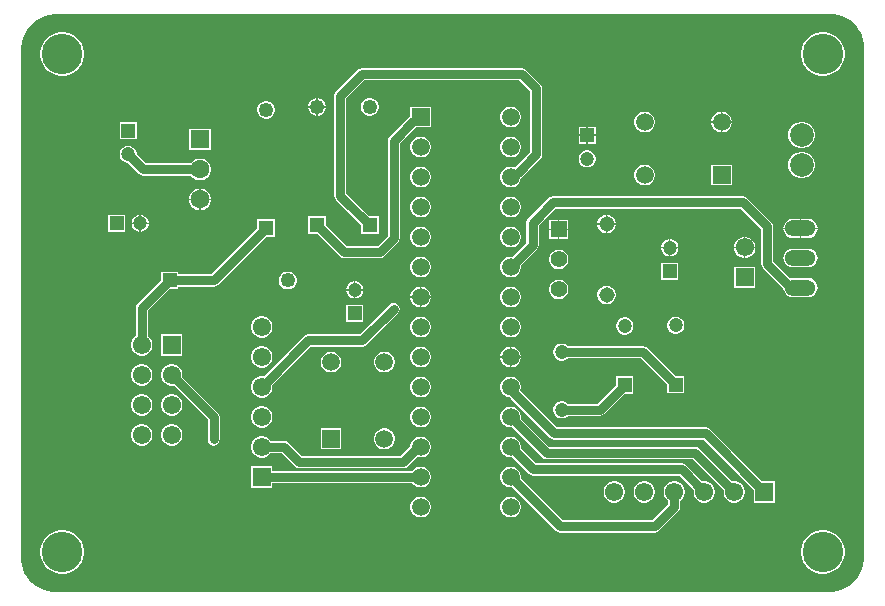
<source format=gtl>
G04*
G04 #@! TF.GenerationSoftware,Altium Limited,Altium Designer,23.5.1 (21)*
G04*
G04 Layer_Physical_Order=1*
G04 Layer_Color=255*
%FSLAX44Y44*%
%MOMM*%
G71*
G04*
G04 #@! TF.SameCoordinates,AB7613CA-6E89-4F34-93EF-E32F2A1E61AB*
G04*
G04*
G04 #@! TF.FilePolarity,Positive*
G04*
G01*
G75*
%ADD18C,1.2000*%
%ADD19R,1.2000X1.2000*%
%ADD20C,2.0000*%
%ADD30C,1.2500*%
%ADD31R,1.2500X1.2500*%
%ADD34R,1.2000X1.2000*%
%ADD35R,1.2500X1.2500*%
%ADD40C,0.7620*%
%ADD41O,2.6416X1.3208*%
%ADD42C,1.5000*%
%ADD43R,1.5000X1.5000*%
%ADD44R,1.5500X1.5500*%
%ADD45C,1.5500*%
%ADD46C,3.4290*%
%ADD47R,1.4000X1.4000*%
%ADD48C,1.4000*%
%ADD49C,1.6000*%
%ADD50R,1.6000X1.6000*%
%ADD51R,1.5500X1.5500*%
%ADD52R,1.5000X1.5000*%
%ADD53C,1.3080*%
%ADD54C,0.6000*%
G36*
X690121Y491991D02*
X693652Y491526D01*
X697092Y490604D01*
X700383Y489241D01*
X703468Y487460D01*
X706293Y485292D01*
X708812Y482773D01*
X710980Y479948D01*
X712761Y476863D01*
X714124Y473573D01*
X715046Y470132D01*
X715511Y466601D01*
X715511Y464820D01*
Y464820D01*
D01*
X715511Y31750D01*
X715511Y29886D01*
X715024Y26189D01*
X714059Y22588D01*
X712633Y19144D01*
X710769Y15915D01*
X708499Y12957D01*
X705863Y10321D01*
X702905Y8051D01*
X699676Y6187D01*
X696232Y4761D01*
X692630Y3796D01*
X688934Y3309D01*
X687070Y3309D01*
D01*
X687070D01*
X30480D01*
D01*
X30480D01*
X28616Y3309D01*
X24920Y3796D01*
X21318Y4761D01*
X17874Y6187D01*
X14645Y8051D01*
X11687Y10321D01*
X9051Y12957D01*
X6781Y15915D01*
X4917Y19144D01*
X3491Y22588D01*
X2526Y26189D01*
X2039Y29886D01*
X2039Y31750D01*
Y31750D01*
D01*
Y462280D01*
Y464227D01*
X2547Y468089D01*
X3555Y471851D01*
X5046Y475449D01*
X6993Y478822D01*
X9364Y481912D01*
X12118Y484666D01*
X15208Y487037D01*
X18581Y488984D01*
X22179Y490475D01*
X25941Y491483D01*
X29803Y491991D01*
X688340D01*
X690121Y491991D01*
D02*
G37*
%LPC*%
G36*
X682542Y476972D02*
X678898D01*
X675323Y476261D01*
X671956Y474866D01*
X668926Y472841D01*
X666349Y470264D01*
X664324Y467234D01*
X662929Y463867D01*
X662218Y460292D01*
Y456648D01*
X662929Y453073D01*
X664324Y449706D01*
X666349Y446676D01*
X668926Y444099D01*
X671956Y442074D01*
X675323Y440679D01*
X678898Y439968D01*
X682542D01*
X686117Y440679D01*
X689484Y442074D01*
X692514Y444099D01*
X695091Y446676D01*
X697116Y449706D01*
X698511Y453073D01*
X699222Y456648D01*
Y460292D01*
X698511Y463867D01*
X697116Y467234D01*
X695091Y470264D01*
X692514Y472841D01*
X689484Y474866D01*
X686117Y476261D01*
X682542Y476972D01*
D02*
G37*
G36*
X38652D02*
X35008D01*
X31433Y476261D01*
X28066Y474866D01*
X25036Y472841D01*
X22459Y470264D01*
X20434Y467234D01*
X19039Y463867D01*
X18328Y460292D01*
Y456648D01*
X19039Y453073D01*
X20434Y449706D01*
X22459Y446676D01*
X25036Y444099D01*
X28066Y442074D01*
X31433Y440679D01*
X35008Y439968D01*
X38652D01*
X42227Y440679D01*
X45594Y442074D01*
X48624Y444099D01*
X51201Y446676D01*
X53226Y449706D01*
X54621Y453073D01*
X55332Y456648D01*
Y460292D01*
X54621Y463867D01*
X53226Y467234D01*
X51201Y470264D01*
X48624Y472841D01*
X45594Y474866D01*
X42227Y476261D01*
X38652Y476972D01*
D02*
G37*
G36*
X253720Y421210D02*
X253365D01*
Y414325D01*
X260250D01*
Y414680D01*
X259737Y416592D01*
X258748Y418307D01*
X257347Y419707D01*
X255633Y420697D01*
X253720Y421210D01*
D02*
G37*
G36*
X252095D02*
X251740D01*
X249827Y420697D01*
X248113Y419707D01*
X246712Y418307D01*
X245723Y416592D01*
X245210Y414680D01*
Y414325D01*
X252095D01*
Y421210D01*
D02*
G37*
G36*
X298170D02*
X296190D01*
X294277Y420697D01*
X292563Y419707D01*
X291162Y418307D01*
X290173Y416592D01*
X289660Y414680D01*
Y412700D01*
X290173Y410787D01*
X291162Y409072D01*
X292563Y407672D01*
X294277Y406682D01*
X296190Y406170D01*
X298170D01*
X300083Y406682D01*
X301797Y407672D01*
X303197Y409072D01*
X304188Y410787D01*
X304700Y412700D01*
Y414680D01*
X304188Y416592D01*
X303197Y418307D01*
X301797Y419707D01*
X300083Y420697D01*
X298170Y421210D01*
D02*
G37*
G36*
X260250Y413055D02*
X253365D01*
Y406170D01*
X253720D01*
X255633Y406682D01*
X257347Y407672D01*
X258748Y409072D01*
X259737Y410787D01*
X260250Y412700D01*
Y413055D01*
D02*
G37*
G36*
X252095D02*
X245210D01*
Y412700D01*
X245723Y410787D01*
X246712Y409072D01*
X248113Y407672D01*
X249827Y406682D01*
X251740Y406170D01*
X252095D01*
Y413055D01*
D02*
G37*
G36*
X210540Y418670D02*
X208560D01*
X206647Y418157D01*
X204933Y417167D01*
X203533Y415767D01*
X202542Y414052D01*
X202030Y412140D01*
Y410160D01*
X202542Y408247D01*
X203533Y406532D01*
X204933Y405132D01*
X206647Y404142D01*
X208560Y403630D01*
X210540D01*
X212453Y404142D01*
X214167Y405132D01*
X215567Y406532D01*
X216558Y408247D01*
X217070Y410160D01*
Y412140D01*
X216558Y414052D01*
X215567Y415767D01*
X214167Y417167D01*
X212453Y418157D01*
X210540Y418670D01*
D02*
G37*
G36*
X596264Y409730D02*
X595745D01*
Y401595D01*
X603880D01*
Y402114D01*
X603282Y404345D01*
X602127Y406345D01*
X600495Y407977D01*
X598495Y409132D01*
X596264Y409730D01*
D02*
G37*
G36*
X594475D02*
X593955D01*
X591725Y409132D01*
X589725Y407977D01*
X588092Y406345D01*
X586937Y404345D01*
X586340Y402114D01*
Y401595D01*
X594475D01*
Y409730D01*
D02*
G37*
G36*
X417715Y413900D02*
X415405D01*
X413175Y413302D01*
X411175Y412148D01*
X409542Y410515D01*
X408388Y408515D01*
X407790Y406285D01*
Y403975D01*
X408388Y401745D01*
X409542Y399745D01*
X411175Y398112D01*
X413175Y396958D01*
X415405Y396360D01*
X417715D01*
X419945Y396958D01*
X421945Y398112D01*
X423578Y399745D01*
X424732Y401745D01*
X425330Y403975D01*
Y406285D01*
X424732Y408515D01*
X423578Y410515D01*
X421945Y412148D01*
X419945Y413302D01*
X417715Y413900D01*
D02*
G37*
G36*
X603880Y400325D02*
X595745D01*
Y392190D01*
X596264D01*
X598495Y392788D01*
X600495Y393942D01*
X602127Y395575D01*
X603282Y397575D01*
X603880Y399805D01*
Y400325D01*
D02*
G37*
G36*
X594475D02*
X586340D01*
Y399805D01*
X586937Y397575D01*
X588092Y395575D01*
X589725Y393942D01*
X591725Y392788D01*
X593955Y392190D01*
X594475D01*
Y400325D01*
D02*
G37*
G36*
X531265Y409730D02*
X528956D01*
X526725Y409132D01*
X524725Y407977D01*
X523092Y406345D01*
X521938Y404345D01*
X521340Y402114D01*
Y399805D01*
X521938Y397575D01*
X523092Y395575D01*
X524725Y393942D01*
X526725Y392788D01*
X528956Y392190D01*
X531265D01*
X533495Y392788D01*
X535495Y393942D01*
X537128Y395575D01*
X538283Y397575D01*
X538880Y399805D01*
Y402114D01*
X538283Y404345D01*
X537128Y406345D01*
X535495Y407977D01*
X533495Y409132D01*
X531265Y409730D01*
D02*
G37*
G36*
X488600Y397000D02*
X481965D01*
Y390365D01*
X488600D01*
Y397000D01*
D02*
G37*
G36*
X480695D02*
X474060D01*
Y390365D01*
X480695D01*
Y397000D01*
D02*
G37*
G36*
X99980Y400650D02*
X85440D01*
Y386110D01*
X99980D01*
Y400650D01*
D02*
G37*
G36*
X488600Y389095D02*
X481965D01*
Y382460D01*
X488600D01*
Y389095D01*
D02*
G37*
G36*
X480695D02*
X474060D01*
Y382460D01*
X480695D01*
Y389095D01*
D02*
G37*
G36*
X664424Y401160D02*
X661456D01*
X658590Y400392D01*
X656020Y398908D01*
X653922Y396810D01*
X652438Y394240D01*
X651670Y391374D01*
Y388406D01*
X652438Y385540D01*
X653922Y382970D01*
X656020Y380872D01*
X658590Y379388D01*
X661456Y378620D01*
X664424D01*
X667290Y379388D01*
X669860Y380872D01*
X671958Y382970D01*
X673442Y385540D01*
X674210Y388406D01*
Y391374D01*
X673442Y394240D01*
X671958Y396810D01*
X669860Y398908D01*
X667290Y400392D01*
X664424Y401160D01*
D02*
G37*
G36*
X162940Y395350D02*
X144400D01*
Y376810D01*
X162940D01*
Y395350D01*
D02*
G37*
G36*
X417715Y388500D02*
X415405D01*
X413175Y387902D01*
X411175Y386748D01*
X409542Y385115D01*
X408388Y383115D01*
X407790Y380885D01*
Y378575D01*
X408388Y376345D01*
X409542Y374345D01*
X411175Y372712D01*
X413175Y371558D01*
X415405Y370960D01*
X417715D01*
X419945Y371558D01*
X421945Y372712D01*
X423578Y374345D01*
X424732Y376345D01*
X425330Y378575D01*
Y380885D01*
X424732Y383115D01*
X423578Y385115D01*
X421945Y386748D01*
X419945Y387902D01*
X417715Y388500D01*
D02*
G37*
G36*
X341515D02*
X339205D01*
X336975Y387902D01*
X334975Y386748D01*
X333342Y385115D01*
X332188Y383115D01*
X331590Y380885D01*
Y378575D01*
X332188Y376345D01*
X333342Y374345D01*
X334975Y372712D01*
X336975Y371558D01*
X339205Y370960D01*
X341515D01*
X343745Y371558D01*
X345745Y372712D01*
X347378Y374345D01*
X348532Y376345D01*
X349130Y378575D01*
Y380885D01*
X348532Y383115D01*
X347378Y385115D01*
X345745Y386748D01*
X343745Y387902D01*
X341515Y388500D01*
D02*
G37*
G36*
X426066Y446523D02*
X290450D01*
X288468Y446129D01*
X286787Y445006D01*
X268651Y426870D01*
X267528Y425190D01*
X267134Y423208D01*
Y338556D01*
X267528Y336574D01*
X268651Y334894D01*
X289660Y313885D01*
Y306170D01*
X304700D01*
Y321210D01*
X296985D01*
X277493Y340702D01*
Y421062D01*
X292595Y436164D01*
X423921D01*
X432971Y427115D01*
Y375525D01*
X420221Y362776D01*
X419850Y362528D01*
X417715Y363100D01*
X415405D01*
X413175Y362502D01*
X411175Y361348D01*
X409542Y359715D01*
X408388Y357715D01*
X407790Y355485D01*
Y353175D01*
X408388Y350945D01*
X409542Y348945D01*
X411175Y347312D01*
X413175Y346158D01*
X415405Y345560D01*
X417715D01*
X419945Y346158D01*
X421945Y347312D01*
X423578Y348945D01*
X424732Y350945D01*
X425330Y353175D01*
Y353607D01*
X426452Y354357D01*
X441813Y369717D01*
X442935Y371398D01*
X443330Y373380D01*
Y429260D01*
X442935Y431242D01*
X441813Y432923D01*
X429729Y445006D01*
X428048Y446129D01*
X426066Y446523D01*
D02*
G37*
G36*
X482287Y377000D02*
X480373D01*
X478524Y376505D01*
X476866Y375547D01*
X475513Y374194D01*
X474555Y372536D01*
X474060Y370687D01*
Y368773D01*
X474555Y366924D01*
X475513Y365266D01*
X476866Y363913D01*
X478524Y362955D01*
X480373Y362460D01*
X482287D01*
X484136Y362955D01*
X485794Y363913D01*
X487147Y365266D01*
X488105Y366924D01*
X488600Y368773D01*
Y370687D01*
X488105Y372536D01*
X487147Y374194D01*
X485794Y375547D01*
X484136Y376505D01*
X482287Y377000D01*
D02*
G37*
G36*
X664424Y375760D02*
X661456D01*
X658590Y374992D01*
X656020Y373508D01*
X653922Y371410D01*
X652438Y368840D01*
X651670Y365974D01*
Y363006D01*
X652438Y360140D01*
X653922Y357570D01*
X656020Y355472D01*
X658590Y353988D01*
X661456Y353220D01*
X664424D01*
X667290Y353988D01*
X669860Y355472D01*
X671958Y357570D01*
X673442Y360140D01*
X674210Y363006D01*
Y365974D01*
X673442Y368840D01*
X671958Y371410D01*
X669860Y373508D01*
X667290Y374992D01*
X664424Y375760D01*
D02*
G37*
G36*
X93667Y380650D02*
X91753D01*
X89904Y380155D01*
X88246Y379197D01*
X86893Y377844D01*
X85935Y376186D01*
X85440Y374337D01*
Y372423D01*
X85935Y370574D01*
X86893Y368916D01*
X88246Y367563D01*
X89904Y366605D01*
X91753Y366110D01*
X92655D01*
X101748Y357018D01*
X103428Y355895D01*
X105410Y355500D01*
X145956D01*
X146252Y354988D01*
X147978Y353262D01*
X150092Y352042D01*
X152450Y351410D01*
X154890D01*
X157248Y352042D01*
X159362Y353262D01*
X161088Y354988D01*
X162308Y357102D01*
X162940Y359460D01*
Y361900D01*
X162308Y364258D01*
X161088Y366372D01*
X159362Y368098D01*
X157248Y369318D01*
X154890Y369950D01*
X152450D01*
X150092Y369318D01*
X147978Y368098D01*
X146252Y366372D01*
X145956Y365859D01*
X107555D01*
X99980Y373435D01*
Y374337D01*
X99485Y376186D01*
X98527Y377844D01*
X97174Y379197D01*
X95516Y380155D01*
X93667Y380650D01*
D02*
G37*
G36*
X603880Y364730D02*
X586340D01*
Y347190D01*
X603880D01*
Y364730D01*
D02*
G37*
G36*
X531265D02*
X528956D01*
X526725Y364132D01*
X524725Y362978D01*
X523092Y361345D01*
X521938Y359345D01*
X521340Y357115D01*
Y354806D01*
X521938Y352575D01*
X523092Y350575D01*
X524725Y348942D01*
X526725Y347788D01*
X528956Y347190D01*
X531265D01*
X533495Y347788D01*
X535495Y348942D01*
X537128Y350575D01*
X538283Y352575D01*
X538880Y354806D01*
Y357115D01*
X538283Y359345D01*
X537128Y361345D01*
X535495Y362978D01*
X533495Y364132D01*
X531265Y364730D01*
D02*
G37*
G36*
X341515Y363100D02*
X339205D01*
X336975Y362502D01*
X334975Y361348D01*
X333342Y359715D01*
X332188Y357715D01*
X331590Y355485D01*
Y353175D01*
X332188Y350945D01*
X333342Y348945D01*
X334975Y347312D01*
X336975Y346158D01*
X339205Y345560D01*
X341515D01*
X343745Y346158D01*
X345745Y347312D01*
X347378Y348945D01*
X348532Y350945D01*
X349130Y353175D01*
Y355485D01*
X348532Y357715D01*
X347378Y359715D01*
X345745Y361348D01*
X343745Y362502D01*
X341515Y363100D01*
D02*
G37*
G36*
X154890Y344550D02*
X154305D01*
Y335915D01*
X162940D01*
Y336500D01*
X162308Y338858D01*
X161088Y340972D01*
X159362Y342698D01*
X157248Y343918D01*
X154890Y344550D01*
D02*
G37*
G36*
X153035D02*
X152450D01*
X150092Y343918D01*
X147978Y342698D01*
X146252Y340972D01*
X145032Y338858D01*
X144400Y336500D01*
Y335915D01*
X153035D01*
Y344550D01*
D02*
G37*
G36*
X162940Y334645D02*
X154305D01*
Y326010D01*
X154890D01*
X157248Y326642D01*
X159362Y327862D01*
X161088Y329588D01*
X162308Y331702D01*
X162940Y334060D01*
Y334645D01*
D02*
G37*
G36*
X153035D02*
X144400D01*
Y334060D01*
X145032Y331702D01*
X146252Y329588D01*
X147978Y327862D01*
X150092Y326642D01*
X152450Y326010D01*
X153035D01*
Y334645D01*
D02*
G37*
G36*
X417715Y337700D02*
X415405D01*
X413175Y337102D01*
X411175Y335948D01*
X409542Y334315D01*
X408388Y332315D01*
X407790Y330085D01*
Y327775D01*
X408388Y325545D01*
X409542Y323545D01*
X411175Y321912D01*
X413175Y320758D01*
X415405Y320160D01*
X417715D01*
X419945Y320758D01*
X421945Y321912D01*
X423578Y323545D01*
X424732Y325545D01*
X425330Y327775D01*
Y330085D01*
X424732Y332315D01*
X423578Y334315D01*
X421945Y335948D01*
X419945Y337102D01*
X417715Y337700D01*
D02*
G37*
G36*
X341515D02*
X339205D01*
X336975Y337102D01*
X334975Y335948D01*
X333342Y334315D01*
X332188Y332315D01*
X331590Y330085D01*
Y327775D01*
X332188Y325545D01*
X333342Y323545D01*
X334975Y321912D01*
X336975Y320758D01*
X339205Y320160D01*
X341515D01*
X343745Y320758D01*
X345745Y321912D01*
X347378Y323545D01*
X348532Y325545D01*
X349130Y327775D01*
Y330085D01*
X348532Y332315D01*
X347378Y334315D01*
X345745Y335948D01*
X343745Y337102D01*
X341515Y337700D01*
D02*
G37*
G36*
X103827Y322230D02*
X103505D01*
Y315595D01*
X110140D01*
Y315917D01*
X109645Y317766D01*
X108687Y319424D01*
X107334Y320777D01*
X105676Y321735D01*
X103827Y322230D01*
D02*
G37*
G36*
X102235D02*
X101913D01*
X100064Y321735D01*
X98406Y320777D01*
X97053Y319424D01*
X96095Y317766D01*
X95600Y315917D01*
Y315595D01*
X102235D01*
Y322230D01*
D02*
G37*
G36*
X498868Y322290D02*
X498475D01*
Y315115D01*
X505650D01*
Y315508D01*
X505118Y317495D01*
X504090Y319275D01*
X502635Y320729D01*
X500854Y321758D01*
X498868Y322290D01*
D02*
G37*
G36*
X497205D02*
X496812D01*
X494826Y321758D01*
X493045Y320729D01*
X491590Y319275D01*
X490562Y317495D01*
X490030Y315508D01*
Y315115D01*
X497205D01*
Y322290D01*
D02*
G37*
G36*
X668540Y318680D02*
X662571D01*
Y311373D01*
X676398D01*
X676211Y312794D01*
X675418Y314709D01*
X674156Y316354D01*
X672511Y317616D01*
X670595Y318410D01*
X668540Y318680D01*
D02*
G37*
G36*
X661301D02*
X655332D01*
X653277Y318410D01*
X651361Y317616D01*
X649716Y316354D01*
X648454Y314709D01*
X647661Y312794D01*
X647474Y311373D01*
X661301D01*
Y318680D01*
D02*
G37*
G36*
X465470Y318150D02*
X457835D01*
Y310515D01*
X465470D01*
Y318150D01*
D02*
G37*
G36*
X456565D02*
X448930D01*
Y310515D01*
X456565D01*
Y318150D01*
D02*
G37*
G36*
X110140Y314325D02*
X103505D01*
Y307690D01*
X103827D01*
X105676Y308185D01*
X107334Y309143D01*
X108687Y310496D01*
X109645Y312154D01*
X110140Y314003D01*
Y314325D01*
D02*
G37*
G36*
X102235D02*
X95600D01*
Y314003D01*
X96095Y312154D01*
X97053Y310496D01*
X98406Y309143D01*
X100064Y308185D01*
X101913Y307690D01*
X102235D01*
Y314325D01*
D02*
G37*
G36*
X90140Y322230D02*
X75600D01*
Y307690D01*
X90140D01*
Y322230D01*
D02*
G37*
G36*
X505650Y313845D02*
X498475D01*
Y306670D01*
X498868D01*
X500854Y307202D01*
X502635Y308230D01*
X504090Y309685D01*
X505118Y311465D01*
X505650Y313452D01*
Y313845D01*
D02*
G37*
G36*
X497205D02*
X490030D01*
Y313452D01*
X490562Y311465D01*
X491590Y309685D01*
X493045Y308230D01*
X494826Y307202D01*
X496812Y306670D01*
X497205D01*
Y313845D01*
D02*
G37*
G36*
X676398Y310103D02*
X662571D01*
Y302796D01*
X668540D01*
X670595Y303067D01*
X672511Y303860D01*
X674156Y305122D01*
X675418Y306767D01*
X676211Y308683D01*
X676398Y310103D01*
D02*
G37*
G36*
X661301D02*
X647474D01*
X647661Y308683D01*
X648454Y306767D01*
X649716Y305122D01*
X651361Y303860D01*
X653277Y303067D01*
X655332Y302796D01*
X661301D01*
Y310103D01*
D02*
G37*
G36*
X465470Y309245D02*
X457835D01*
Y301610D01*
X465470D01*
Y309245D01*
D02*
G37*
G36*
X456565D02*
X448930D01*
Y301610D01*
X456565D01*
Y309245D01*
D02*
G37*
G36*
X349130Y413900D02*
X331590D01*
Y405853D01*
X330467Y405103D01*
X330467Y405102D01*
X313838Y388473D01*
X312715Y386792D01*
X312320Y384810D01*
Y304405D01*
X303925Y296010D01*
X277735D01*
X260250Y313495D01*
Y321210D01*
X245210D01*
Y306170D01*
X252925D01*
X271928Y287167D01*
X273608Y286045D01*
X275590Y285651D01*
X306070D01*
X308052Y286045D01*
X309732Y287167D01*
X321162Y298598D01*
X322285Y300278D01*
X322679Y302260D01*
Y382665D01*
X336275Y396260D01*
X336670D01*
X337170Y396360D01*
X349130D01*
Y413900D01*
D02*
G37*
G36*
X615868Y303660D02*
X615315D01*
Y295275D01*
X623700D01*
Y295828D01*
X623085Y298122D01*
X621898Y300178D01*
X620218Y301858D01*
X618162Y303045D01*
X615868Y303660D01*
D02*
G37*
G36*
X614045D02*
X613493D01*
X611198Y303045D01*
X609142Y301858D01*
X607462Y300178D01*
X606275Y298122D01*
X605660Y295828D01*
Y295275D01*
X614045D01*
Y303660D01*
D02*
G37*
G36*
X552137Y301750D02*
X551815D01*
Y295115D01*
X558450D01*
Y295437D01*
X557955Y297286D01*
X556997Y298944D01*
X555644Y300297D01*
X553986Y301255D01*
X552137Y301750D01*
D02*
G37*
G36*
X550545D02*
X550223D01*
X548374Y301255D01*
X546716Y300297D01*
X545363Y298944D01*
X544405Y297286D01*
X543910Y295437D01*
Y295115D01*
X550545D01*
Y301750D01*
D02*
G37*
G36*
X417715Y312300D02*
X415405D01*
X413175Y311702D01*
X411175Y310548D01*
X409542Y308915D01*
X408388Y306915D01*
X407790Y304685D01*
Y302375D01*
X408388Y300145D01*
X409542Y298145D01*
X411175Y296512D01*
X413175Y295358D01*
X415405Y294760D01*
X417715D01*
X419945Y295358D01*
X421945Y296512D01*
X423578Y298145D01*
X424732Y300145D01*
X425330Y302375D01*
Y304685D01*
X424732Y306915D01*
X423578Y308915D01*
X421945Y310548D01*
X419945Y311702D01*
X417715Y312300D01*
D02*
G37*
G36*
X341515D02*
X339205D01*
X336975Y311702D01*
X334975Y310548D01*
X333342Y308915D01*
X332188Y306915D01*
X331590Y304685D01*
Y302375D01*
X332188Y300145D01*
X333342Y298145D01*
X334975Y296512D01*
X336975Y295358D01*
X339205Y294760D01*
X341515D01*
X343745Y295358D01*
X345745Y296512D01*
X347378Y298145D01*
X348532Y300145D01*
X349130Y302375D01*
Y304685D01*
X348532Y306915D01*
X347378Y308915D01*
X345745Y310548D01*
X343745Y311702D01*
X341515Y312300D01*
D02*
G37*
G36*
X558450Y293845D02*
X551815D01*
Y287210D01*
X552137D01*
X553986Y287705D01*
X555644Y288662D01*
X556997Y290016D01*
X557955Y291674D01*
X558450Y293523D01*
Y293845D01*
D02*
G37*
G36*
X550545D02*
X543910D01*
Y293523D01*
X544405Y291674D01*
X545363Y290016D01*
X546716Y288662D01*
X548374Y287705D01*
X550223Y287210D01*
X550545D01*
Y293845D01*
D02*
G37*
G36*
X623700Y294005D02*
X615315D01*
Y285620D01*
X615868D01*
X618162Y286235D01*
X620218Y287422D01*
X621898Y289102D01*
X623085Y291158D01*
X623700Y293452D01*
Y294005D01*
D02*
G37*
G36*
X614045D02*
X605660D01*
Y293452D01*
X606275Y291158D01*
X607462Y289102D01*
X609142Y287422D01*
X611198Y286235D01*
X613493Y285620D01*
X614045D01*
Y294005D01*
D02*
G37*
G36*
X668540Y293680D02*
X655332D01*
X653277Y293409D01*
X651361Y292616D01*
X649716Y291354D01*
X648454Y289709D01*
X647661Y287794D01*
X647390Y285738D01*
X647661Y283682D01*
X648454Y281767D01*
X649716Y280122D01*
X651361Y278860D01*
X653277Y278067D01*
X655332Y277796D01*
X668540D01*
X670595Y278067D01*
X672511Y278860D01*
X674156Y280122D01*
X675418Y281767D01*
X676211Y283682D01*
X676482Y285738D01*
X676211Y287794D01*
X675418Y289709D01*
X674156Y291354D01*
X672511Y292616D01*
X670595Y293409D01*
X668540Y293680D01*
D02*
G37*
G36*
X458289Y292750D02*
X456111D01*
X454008Y292186D01*
X452122Y291098D01*
X450582Y289558D01*
X449494Y287672D01*
X448930Y285569D01*
Y283391D01*
X449494Y281288D01*
X450582Y279402D01*
X452122Y277862D01*
X454008Y276774D01*
X456111Y276210D01*
X458289D01*
X460392Y276774D01*
X462278Y277862D01*
X463818Y279402D01*
X464906Y281288D01*
X465470Y283391D01*
Y285569D01*
X464906Y287672D01*
X463818Y289558D01*
X462278Y291098D01*
X460392Y292186D01*
X458289Y292750D01*
D02*
G37*
G36*
X217070Y318670D02*
X202030D01*
Y310955D01*
X162955Y271880D01*
X135320D01*
Y274220D01*
X120280D01*
Y266505D01*
X100478Y246702D01*
X99355Y245022D01*
X98961Y243040D01*
Y219515D01*
X98602Y219308D01*
X96922Y217628D01*
X95735Y215572D01*
X95120Y213277D01*
Y210903D01*
X95735Y208608D01*
X96922Y206552D01*
X98602Y204872D01*
X100658Y203685D01*
X102952Y203070D01*
X105328D01*
X107622Y203685D01*
X109678Y204872D01*
X111358Y206552D01*
X112545Y208608D01*
X113160Y210903D01*
Y213277D01*
X112545Y215572D01*
X111358Y217628D01*
X109678Y219308D01*
X109319Y219515D01*
Y240895D01*
X127605Y259180D01*
X135320D01*
Y261521D01*
X165100D01*
X167082Y261915D01*
X168762Y263037D01*
X209355Y303630D01*
X217070D01*
Y318670D01*
D02*
G37*
G36*
X341515Y286900D02*
X339205D01*
X336975Y286302D01*
X334975Y285148D01*
X333342Y283515D01*
X332188Y281515D01*
X331590Y279285D01*
Y276975D01*
X332188Y274745D01*
X333342Y272745D01*
X334975Y271112D01*
X336975Y269958D01*
X339205Y269360D01*
X341515D01*
X343745Y269958D01*
X345745Y271112D01*
X347378Y272745D01*
X348532Y274745D01*
X349130Y276975D01*
Y279285D01*
X348532Y281515D01*
X347378Y283515D01*
X345745Y285148D01*
X343745Y286302D01*
X341515Y286900D01*
D02*
G37*
G36*
X558450Y281750D02*
X543910D01*
Y267210D01*
X558450D01*
Y281750D01*
D02*
G37*
G36*
X623700Y278260D02*
X605660D01*
Y260220D01*
X623700D01*
Y278260D01*
D02*
G37*
G36*
X285437Y266030D02*
X285115D01*
Y259395D01*
X291750D01*
Y259717D01*
X291255Y261566D01*
X290297Y263224D01*
X288944Y264577D01*
X287286Y265535D01*
X285437Y266030D01*
D02*
G37*
G36*
X283845D02*
X283523D01*
X281674Y265535D01*
X280016Y264577D01*
X278663Y263224D01*
X277705Y261566D01*
X277210Y259717D01*
Y259395D01*
X283845D01*
Y266030D01*
D02*
G37*
G36*
X228790Y274220D02*
X226810D01*
X224897Y273708D01*
X223183Y272717D01*
X221782Y271317D01*
X220792Y269603D01*
X220280Y267690D01*
Y265710D01*
X220792Y263797D01*
X221782Y262083D01*
X223183Y260683D01*
X224897Y259692D01*
X226810Y259180D01*
X228790D01*
X230702Y259692D01*
X232417Y260683D01*
X233817Y262083D01*
X234807Y263797D01*
X235320Y265710D01*
Y267690D01*
X234807Y269603D01*
X233817Y271317D01*
X232417Y272717D01*
X230702Y273708D01*
X228790Y274220D01*
D02*
G37*
G36*
X341515Y261500D02*
X340995D01*
Y253365D01*
X349130D01*
Y253885D01*
X348532Y256115D01*
X347378Y258115D01*
X345745Y259748D01*
X343745Y260902D01*
X341515Y261500D01*
D02*
G37*
G36*
X339725D02*
X339205D01*
X336975Y260902D01*
X334975Y259748D01*
X333342Y258115D01*
X332188Y256115D01*
X331590Y253885D01*
Y253365D01*
X339725D01*
Y261500D01*
D02*
G37*
G36*
X613410Y337920D02*
X452120D01*
X450138Y337525D01*
X448457Y336403D01*
X431441Y319386D01*
X430319Y317706D01*
X429924Y315724D01*
Y298819D01*
X417944Y286839D01*
X417715Y286900D01*
X415405D01*
X413175Y286302D01*
X411175Y285148D01*
X409542Y283515D01*
X408388Y281515D01*
X407790Y279285D01*
Y276975D01*
X408388Y274745D01*
X409542Y272745D01*
X411175Y271112D01*
X413175Y269958D01*
X415405Y269360D01*
X417715D01*
X419945Y269958D01*
X421945Y271112D01*
X423578Y272745D01*
X424732Y274745D01*
X425330Y276975D01*
Y279285D01*
X425269Y279514D01*
X438766Y293011D01*
X439889Y294692D01*
X440283Y296674D01*
Y313578D01*
X454265Y327561D01*
X611265D01*
X628550Y310275D01*
Y280670D01*
X628945Y278688D01*
X630067Y277008D01*
X647206Y259869D01*
X647533Y259650D01*
X647661Y258682D01*
X648454Y256767D01*
X649716Y255122D01*
X651361Y253860D01*
X653277Y253067D01*
X655332Y252796D01*
X668540D01*
X670595Y253067D01*
X672511Y253860D01*
X674156Y255122D01*
X675418Y256767D01*
X676211Y258682D01*
X676482Y260738D01*
X676211Y262793D01*
X675418Y264709D01*
X674156Y266354D01*
X672511Y267616D01*
X670595Y268409D01*
X668540Y268680D01*
X655332D01*
X653311Y268414D01*
X638909Y282815D01*
Y312420D01*
X638515Y314402D01*
X637393Y316082D01*
X617072Y336403D01*
X615392Y337525D01*
X613410Y337920D01*
D02*
G37*
G36*
X291750Y258125D02*
X285115D01*
Y251490D01*
X285437D01*
X287286Y251985D01*
X288944Y252943D01*
X290297Y254296D01*
X291255Y255954D01*
X291750Y257803D01*
Y258125D01*
D02*
G37*
G36*
X283845D02*
X277210D01*
Y257803D01*
X277705Y255954D01*
X278663Y254296D01*
X280016Y252943D01*
X281674Y251985D01*
X283523Y251490D01*
X283845D01*
Y258125D01*
D02*
G37*
G36*
X458289Y267350D02*
X456111D01*
X454008Y266786D01*
X452122Y265698D01*
X450582Y264158D01*
X449494Y262272D01*
X448930Y260169D01*
Y257991D01*
X449494Y255888D01*
X450582Y254002D01*
X452122Y252462D01*
X454008Y251374D01*
X456111Y250810D01*
X458289D01*
X460392Y251374D01*
X462278Y252462D01*
X463818Y254002D01*
X464906Y255888D01*
X465470Y257991D01*
Y260169D01*
X464906Y262272D01*
X463818Y264158D01*
X462278Y265698D01*
X460392Y266786D01*
X458289Y267350D01*
D02*
G37*
G36*
X498868Y262290D02*
X496812D01*
X494826Y261758D01*
X493045Y260730D01*
X491590Y259275D01*
X490562Y257495D01*
X490030Y255508D01*
Y253452D01*
X490562Y251465D01*
X491590Y249685D01*
X493045Y248230D01*
X494826Y247202D01*
X496812Y246670D01*
X498868D01*
X500854Y247202D01*
X502635Y248230D01*
X504090Y249685D01*
X505118Y251465D01*
X505650Y253452D01*
Y255508D01*
X505118Y257495D01*
X504090Y259275D01*
X502635Y260730D01*
X500854Y261758D01*
X498868Y262290D01*
D02*
G37*
G36*
X417715Y261500D02*
X415405D01*
X413175Y260902D01*
X411175Y259748D01*
X409542Y258115D01*
X408388Y256115D01*
X407790Y253885D01*
Y251575D01*
X408388Y249345D01*
X409542Y247345D01*
X411175Y245712D01*
X413175Y244558D01*
X415405Y243960D01*
X417715D01*
X419945Y244558D01*
X421945Y245712D01*
X423578Y247345D01*
X424732Y249345D01*
X425330Y251575D01*
Y253885D01*
X424732Y256115D01*
X423578Y258115D01*
X421945Y259748D01*
X419945Y260902D01*
X417715Y261500D01*
D02*
G37*
G36*
X349130Y252095D02*
X340995D01*
Y243960D01*
X341515D01*
X343745Y244558D01*
X345745Y245712D01*
X347378Y247345D01*
X348532Y249345D01*
X349130Y251575D01*
Y252095D01*
D02*
G37*
G36*
X339725D02*
X331590D01*
Y251575D01*
X332188Y249345D01*
X333342Y247345D01*
X334975Y245712D01*
X336975Y244558D01*
X339205Y243960D01*
X339725D01*
Y252095D01*
D02*
G37*
G36*
X291750Y246030D02*
X277210D01*
Y231490D01*
X291750D01*
Y246030D01*
D02*
G37*
G36*
X557217Y235870D02*
X555303D01*
X553454Y235375D01*
X551796Y234417D01*
X550443Y233064D01*
X549485Y231406D01*
X548990Y229557D01*
Y227643D01*
X549485Y225794D01*
X550443Y224136D01*
X551796Y222783D01*
X553454Y221825D01*
X555303Y221330D01*
X557217D01*
X559066Y221825D01*
X560724Y222783D01*
X562077Y224136D01*
X563035Y225794D01*
X563530Y227643D01*
Y229557D01*
X563035Y231406D01*
X562077Y233064D01*
X560724Y234417D01*
X559066Y235375D01*
X557217Y235870D01*
D02*
G37*
G36*
X514037Y235470D02*
X512123D01*
X510274Y234975D01*
X508616Y234017D01*
X507263Y232664D01*
X506305Y231006D01*
X505810Y229157D01*
Y227243D01*
X506305Y225394D01*
X507263Y223736D01*
X508616Y222383D01*
X510274Y221425D01*
X512123Y220930D01*
X514037D01*
X515886Y221425D01*
X517544Y222383D01*
X518897Y223736D01*
X519855Y225394D01*
X520350Y227243D01*
Y229157D01*
X519855Y231006D01*
X518897Y232664D01*
X517544Y234017D01*
X515886Y234975D01*
X514037Y235470D01*
D02*
G37*
G36*
X417715Y236100D02*
X415405D01*
X413175Y235502D01*
X411175Y234348D01*
X409542Y232715D01*
X408388Y230715D01*
X407790Y228485D01*
Y226175D01*
X408388Y223945D01*
X409542Y221945D01*
X411175Y220312D01*
X413175Y219158D01*
X415405Y218560D01*
X417715D01*
X419945Y219158D01*
X421945Y220312D01*
X423578Y221945D01*
X424732Y223945D01*
X425330Y226175D01*
Y228485D01*
X424732Y230715D01*
X423578Y232715D01*
X421945Y234348D01*
X419945Y235502D01*
X417715Y236100D01*
D02*
G37*
G36*
X341515D02*
X339205D01*
X336975Y235502D01*
X334975Y234348D01*
X333342Y232715D01*
X332188Y230715D01*
X331590Y228485D01*
Y226175D01*
X332188Y223945D01*
X333342Y221945D01*
X334975Y220312D01*
X336975Y219158D01*
X339205Y218560D01*
X341515D01*
X343745Y219158D01*
X345745Y220312D01*
X347378Y221945D01*
X348532Y223945D01*
X349130Y226175D01*
Y228485D01*
X348532Y230715D01*
X347378Y232715D01*
X345745Y234348D01*
X343745Y235502D01*
X341515Y236100D01*
D02*
G37*
G36*
X206928Y236350D02*
X204552D01*
X202258Y235735D01*
X200202Y234548D01*
X198522Y232868D01*
X197335Y230812D01*
X196720Y228517D01*
Y226143D01*
X197335Y223848D01*
X198522Y221792D01*
X200202Y220112D01*
X202258Y218925D01*
X204552Y218310D01*
X206928D01*
X209222Y218925D01*
X211278Y220112D01*
X212958Y221792D01*
X214145Y223848D01*
X214760Y226143D01*
Y228517D01*
X214145Y230812D01*
X212958Y232868D01*
X211278Y234548D01*
X209222Y235735D01*
X206928Y236350D01*
D02*
G37*
G36*
X138560Y221110D02*
X120520D01*
Y203070D01*
X138560D01*
Y221110D01*
D02*
G37*
G36*
X417715Y210700D02*
X417195D01*
Y202565D01*
X425330D01*
Y203085D01*
X424732Y205315D01*
X423578Y207315D01*
X421945Y208948D01*
X419945Y210102D01*
X417715Y210700D01*
D02*
G37*
G36*
X415925D02*
X415405D01*
X413175Y210102D01*
X411175Y208948D01*
X409542Y207315D01*
X408388Y205315D01*
X407790Y203085D01*
Y202565D01*
X415925D01*
Y210700D01*
D02*
G37*
G36*
X425330Y201295D02*
X417195D01*
Y193160D01*
X417715D01*
X419945Y193758D01*
X421945Y194912D01*
X423578Y196545D01*
X424732Y198545D01*
X425330Y200775D01*
Y201295D01*
D02*
G37*
G36*
X415925D02*
X407790D01*
Y200775D01*
X408388Y198545D01*
X409542Y196545D01*
X411175Y194912D01*
X413175Y193758D01*
X415405Y193160D01*
X415925D01*
Y201295D01*
D02*
G37*
G36*
X341515Y210700D02*
X339205D01*
X336975Y210102D01*
X334975Y208948D01*
X333342Y207315D01*
X332188Y205315D01*
X331590Y203085D01*
Y200775D01*
X332188Y198545D01*
X333342Y196545D01*
X334975Y194912D01*
X336975Y193758D01*
X339205Y193160D01*
X341515D01*
X343745Y193758D01*
X345745Y194912D01*
X347378Y196545D01*
X348532Y198545D01*
X349130Y200775D01*
Y203085D01*
X348532Y205315D01*
X347378Y207315D01*
X345745Y208948D01*
X343745Y210102D01*
X341515Y210700D01*
D02*
G37*
G36*
X206928Y210950D02*
X204552D01*
X202258Y210335D01*
X200202Y209148D01*
X198522Y207468D01*
X197335Y205412D01*
X196720Y203118D01*
Y200742D01*
X197335Y198448D01*
X198522Y196392D01*
X200202Y194712D01*
X202258Y193525D01*
X204552Y192910D01*
X206928D01*
X209222Y193525D01*
X211278Y194712D01*
X212958Y196392D01*
X214145Y198448D01*
X214760Y200742D01*
Y203118D01*
X214145Y205412D01*
X212958Y207468D01*
X211278Y209148D01*
X209222Y210335D01*
X206928Y210950D01*
D02*
G37*
G36*
X310674Y206370D02*
X308365D01*
X306135Y205772D01*
X304135Y204618D01*
X302502Y202985D01*
X301348Y200985D01*
X300750Y198754D01*
Y196445D01*
X301348Y194215D01*
X302502Y192215D01*
X304135Y190582D01*
X306135Y189428D01*
X308365Y188830D01*
X310674D01*
X312905Y189428D01*
X314905Y190582D01*
X316537Y192215D01*
X317692Y194215D01*
X318290Y196445D01*
Y198754D01*
X317692Y200985D01*
X316537Y202985D01*
X314905Y204618D01*
X312905Y205772D01*
X310674Y206370D01*
D02*
G37*
G36*
X265675D02*
X263366D01*
X261135Y205772D01*
X259135Y204618D01*
X257502Y202985D01*
X256348Y200985D01*
X255750Y198754D01*
Y196445D01*
X256348Y194215D01*
X257502Y192215D01*
X259135Y190582D01*
X261135Y189428D01*
X263366Y188830D01*
X265675D01*
X267905Y189428D01*
X269905Y190582D01*
X271538Y192215D01*
X272693Y194215D01*
X273290Y196445D01*
Y198754D01*
X272693Y200985D01*
X271538Y202985D01*
X269905Y204618D01*
X267905Y205772D01*
X265675Y206370D01*
D02*
G37*
G36*
X317500Y247750D02*
X315518Y247355D01*
X313838Y246232D01*
X288685Y221080D01*
X245110D01*
X243128Y220685D01*
X241448Y219562D01*
X207328Y185443D01*
X206928Y185550D01*
X204552D01*
X202258Y184935D01*
X200202Y183748D01*
X198522Y182068D01*
X197335Y180012D01*
X196720Y177717D01*
Y175343D01*
X197335Y173048D01*
X198522Y170992D01*
X200202Y169312D01*
X202258Y168125D01*
X204552Y167510D01*
X206928D01*
X209222Y168125D01*
X211278Y169312D01*
X212958Y170992D01*
X214145Y173048D01*
X214760Y175343D01*
Y177717D01*
X214653Y178118D01*
X247255Y210721D01*
X290830D01*
X292812Y211115D01*
X294492Y212237D01*
X321162Y238908D01*
X322285Y240588D01*
X322679Y242570D01*
X322285Y244552D01*
X321162Y246232D01*
X319482Y247355D01*
X317500Y247750D01*
D02*
G37*
G36*
X105328Y195710D02*
X102952D01*
X100658Y195095D01*
X98602Y193908D01*
X96922Y192228D01*
X95735Y190172D01*
X95120Y187878D01*
Y185502D01*
X95735Y183208D01*
X96922Y181152D01*
X98602Y179472D01*
X100658Y178285D01*
X102952Y177670D01*
X105328D01*
X107622Y178285D01*
X109678Y179472D01*
X111358Y181152D01*
X112545Y183208D01*
X113160Y185502D01*
Y187878D01*
X112545Y190172D01*
X111358Y192228D01*
X109678Y193908D01*
X107622Y195095D01*
X105328Y195710D01*
D02*
G37*
G36*
X460697Y213280D02*
X458783D01*
X456934Y212785D01*
X455276Y211828D01*
X453923Y210474D01*
X452965Y208816D01*
X452470Y206967D01*
Y205053D01*
X452965Y203204D01*
X453923Y201546D01*
X455276Y200193D01*
X456934Y199236D01*
X458783Y198740D01*
X460697D01*
X462546Y199236D01*
X464204Y200193D01*
X464842Y200831D01*
X526704D01*
X548990Y178545D01*
Y171330D01*
X563530D01*
Y185870D01*
X556315D01*
X532512Y209673D01*
X530831Y210795D01*
X528849Y211190D01*
X464842D01*
X464204Y211828D01*
X462546Y212785D01*
X460697Y213280D01*
D02*
G37*
G36*
X341515Y185300D02*
X339205D01*
X336975Y184702D01*
X334975Y183548D01*
X333342Y181915D01*
X332188Y179915D01*
X331590Y177685D01*
Y175375D01*
X332188Y173145D01*
X333342Y171145D01*
X334975Y169512D01*
X336975Y168358D01*
X339205Y167760D01*
X341515D01*
X343745Y168358D01*
X345745Y169512D01*
X347378Y171145D01*
X348532Y173145D01*
X349130Y175375D01*
Y177685D01*
X348532Y179915D01*
X347378Y181915D01*
X345745Y183548D01*
X343745Y184702D01*
X341515Y185300D01*
D02*
G37*
G36*
X520350Y185470D02*
X505810D01*
Y178255D01*
X489945Y162390D01*
X464842D01*
X464204Y163028D01*
X462546Y163985D01*
X460697Y164480D01*
X458783D01*
X456934Y163985D01*
X455276Y163028D01*
X453923Y161674D01*
X452965Y160016D01*
X452470Y158167D01*
Y156253D01*
X452965Y154404D01*
X453923Y152746D01*
X455276Y151393D01*
X456934Y150436D01*
X458783Y149940D01*
X460697D01*
X462546Y150436D01*
X464204Y151393D01*
X464842Y152031D01*
X492090D01*
X494072Y152425D01*
X495753Y153548D01*
X513135Y170930D01*
X520350D01*
Y185470D01*
D02*
G37*
G36*
X130728Y170310D02*
X128352D01*
X126058Y169695D01*
X124002Y168508D01*
X122322Y166828D01*
X121135Y164772D01*
X120520Y162477D01*
Y160103D01*
X121135Y157808D01*
X122322Y155752D01*
X124002Y154072D01*
X126058Y152885D01*
X128352Y152270D01*
X130728D01*
X133022Y152885D01*
X135078Y154072D01*
X136758Y155752D01*
X137945Y157808D01*
X138560Y160103D01*
Y162477D01*
X137945Y164772D01*
X136758Y166828D01*
X135078Y168508D01*
X133022Y169695D01*
X130728Y170310D01*
D02*
G37*
G36*
X105328D02*
X102952D01*
X100658Y169695D01*
X98602Y168508D01*
X96922Y166828D01*
X95735Y164772D01*
X95120Y162477D01*
Y160103D01*
X95735Y157808D01*
X96922Y155752D01*
X98602Y154072D01*
X100658Y152885D01*
X102952Y152270D01*
X105328D01*
X107622Y152885D01*
X109678Y154072D01*
X111358Y155752D01*
X112545Y157808D01*
X113160Y160103D01*
Y162477D01*
X112545Y164772D01*
X111358Y166828D01*
X109678Y168508D01*
X107622Y169695D01*
X105328Y170310D01*
D02*
G37*
G36*
X341515Y159900D02*
X339205D01*
X336975Y159302D01*
X334975Y158148D01*
X333342Y156515D01*
X332188Y154515D01*
X331590Y152285D01*
Y149975D01*
X332188Y147745D01*
X333342Y145745D01*
X334975Y144112D01*
X336975Y142958D01*
X339205Y142360D01*
X341515D01*
X343745Y142958D01*
X345745Y144112D01*
X347378Y145745D01*
X348532Y147745D01*
X349130Y149975D01*
Y152285D01*
X348532Y154515D01*
X347378Y156515D01*
X345745Y158148D01*
X343745Y159302D01*
X341515Y159900D01*
D02*
G37*
G36*
X206928Y160150D02*
X204552D01*
X202258Y159535D01*
X200202Y158348D01*
X198522Y156668D01*
X197335Y154612D01*
X196720Y152317D01*
Y149943D01*
X197335Y147648D01*
X198522Y145592D01*
X200202Y143912D01*
X202258Y142725D01*
X204552Y142110D01*
X206928D01*
X209222Y142725D01*
X211278Y143912D01*
X212958Y145592D01*
X214145Y147648D01*
X214760Y149943D01*
Y152317D01*
X214145Y154612D01*
X212958Y156668D01*
X211278Y158348D01*
X209222Y159535D01*
X206928Y160150D01*
D02*
G37*
G36*
X130728Y195710D02*
X128352D01*
X126058Y195095D01*
X124002Y193908D01*
X122322Y192228D01*
X121135Y190172D01*
X120520Y187878D01*
Y185502D01*
X121135Y183208D01*
X122322Y181152D01*
X124002Y179472D01*
X126058Y178285D01*
X128352Y177670D01*
X130728D01*
X131128Y177777D01*
X159921Y148985D01*
Y132080D01*
X160315Y130098D01*
X161437Y128418D01*
X163118Y127295D01*
X165100Y126901D01*
X167082Y127295D01*
X168762Y128418D01*
X169885Y130098D01*
X170280Y132080D01*
Y151130D01*
X169885Y153112D01*
X168762Y154792D01*
X138453Y185102D01*
X138560Y185502D01*
Y187878D01*
X137945Y190172D01*
X136758Y192228D01*
X135078Y193908D01*
X133022Y195095D01*
X130728Y195710D01*
D02*
G37*
G36*
Y144910D02*
X128352D01*
X126058Y144295D01*
X124002Y143108D01*
X122322Y141428D01*
X121135Y139372D01*
X120520Y137078D01*
Y134703D01*
X121135Y132408D01*
X122322Y130352D01*
X124002Y128672D01*
X126058Y127485D01*
X128352Y126870D01*
X130728D01*
X133022Y127485D01*
X135078Y128672D01*
X136758Y130352D01*
X137945Y132408D01*
X138560Y134703D01*
Y137078D01*
X137945Y139372D01*
X136758Y141428D01*
X135078Y143108D01*
X133022Y144295D01*
X130728Y144910D01*
D02*
G37*
G36*
X105328D02*
X102952D01*
X100658Y144295D01*
X98602Y143108D01*
X96922Y141428D01*
X95735Y139372D01*
X95120Y137078D01*
Y134703D01*
X95735Y132408D01*
X96922Y130352D01*
X98602Y128672D01*
X100658Y127485D01*
X102952Y126870D01*
X105328D01*
X107622Y127485D01*
X109678Y128672D01*
X111358Y130352D01*
X112545Y132408D01*
X113160Y134703D01*
Y137078D01*
X112545Y139372D01*
X111358Y141428D01*
X109678Y143108D01*
X107622Y144295D01*
X105328Y144910D01*
D02*
G37*
G36*
X310674Y141370D02*
X308365D01*
X306135Y140772D01*
X304135Y139618D01*
X302502Y137985D01*
X301348Y135985D01*
X300750Y133755D01*
Y131446D01*
X301348Y129215D01*
X302502Y127215D01*
X304135Y125583D01*
X306135Y124428D01*
X308365Y123830D01*
X310674D01*
X312905Y124428D01*
X314905Y125583D01*
X316537Y127215D01*
X317692Y129215D01*
X318290Y131446D01*
Y133755D01*
X317692Y135985D01*
X316537Y137985D01*
X314905Y139618D01*
X312905Y140772D01*
X310674Y141370D01*
D02*
G37*
G36*
X273290D02*
X255750D01*
Y123830D01*
X273290D01*
Y141370D01*
D02*
G37*
G36*
X206928Y134750D02*
X204552D01*
X202258Y134135D01*
X200202Y132948D01*
X198522Y131268D01*
X197335Y129212D01*
X196720Y126917D01*
Y124543D01*
X197335Y122248D01*
X198522Y120192D01*
X200202Y118512D01*
X202258Y117325D01*
X204552Y116710D01*
X206928D01*
X209222Y117325D01*
X211278Y118512D01*
X212958Y120192D01*
X213165Y120550D01*
X222645D01*
X233827Y109368D01*
X235508Y108245D01*
X237490Y107851D01*
X325663D01*
X327645Y108245D01*
X329325Y109368D01*
X337401Y117443D01*
X339205Y116960D01*
X341515D01*
X343745Y117558D01*
X345745Y118712D01*
X347378Y120345D01*
X348532Y122345D01*
X349130Y124575D01*
Y126885D01*
X348532Y129115D01*
X347378Y131115D01*
X345745Y132748D01*
X343745Y133902D01*
X341515Y134500D01*
X339205D01*
X336975Y133902D01*
X334975Y132748D01*
X333342Y131115D01*
X332188Y129115D01*
X331590Y126885D01*
Y126282D01*
X323517Y118209D01*
X239635D01*
X228452Y129392D01*
X226772Y130515D01*
X224790Y130910D01*
X213165D01*
X212958Y131268D01*
X211278Y132948D01*
X209222Y134135D01*
X206928Y134750D01*
D02*
G37*
G36*
X214760Y109350D02*
X196720D01*
Y91310D01*
X214760D01*
Y95150D01*
X333224D01*
X333342Y94945D01*
X334975Y93312D01*
X336975Y92158D01*
X339205Y91560D01*
X341515D01*
X343745Y92158D01*
X345745Y93312D01*
X347378Y94945D01*
X348532Y96945D01*
X349130Y99175D01*
Y101485D01*
X348532Y103715D01*
X347378Y105715D01*
X345745Y107348D01*
X343745Y108502D01*
X341515Y109100D01*
X339205D01*
X336975Y108502D01*
X334975Y107348D01*
X333342Y105715D01*
X333224Y105510D01*
X214760D01*
Y109350D01*
D02*
G37*
G36*
X417715Y185300D02*
X415405D01*
X413175Y184702D01*
X411175Y183548D01*
X409542Y181915D01*
X408388Y179915D01*
X407790Y177685D01*
Y175375D01*
X408388Y173145D01*
X409542Y171145D01*
X411175Y169512D01*
X413175Y168358D01*
X415405Y167760D01*
X415838D01*
X416587Y166637D01*
X449728Y133497D01*
X451408Y132375D01*
X453390Y131980D01*
X579515D01*
X622170Y89325D01*
Y78610D01*
X640210D01*
Y96650D01*
X629495D01*
X585322Y140822D01*
X583642Y141945D01*
X581660Y142339D01*
X455535D01*
X425006Y172869D01*
X424758Y173240D01*
X425330Y175375D01*
Y177685D01*
X424732Y179915D01*
X423578Y181915D01*
X421945Y183548D01*
X419945Y184702D01*
X417715Y185300D01*
D02*
G37*
G36*
Y159900D02*
X415405D01*
X413175Y159302D01*
X411175Y158148D01*
X409542Y156515D01*
X408388Y154515D01*
X407790Y152285D01*
Y149975D01*
X408388Y147745D01*
X409542Y145745D01*
X411175Y144112D01*
X413175Y142958D01*
X415405Y142360D01*
X417715D01*
X417944Y142421D01*
X443377Y116987D01*
X445058Y115865D01*
X447040Y115471D01*
X570625D01*
X596877Y89218D01*
X596770Y88818D01*
Y86442D01*
X597385Y84148D01*
X598572Y82092D01*
X600252Y80412D01*
X602308Y79225D01*
X604603Y78610D01*
X606978D01*
X609272Y79225D01*
X611328Y80412D01*
X613008Y82092D01*
X614195Y84148D01*
X614810Y86442D01*
Y88818D01*
X614195Y91112D01*
X613008Y93168D01*
X611328Y94848D01*
X609272Y96035D01*
X606978Y96650D01*
X604603D01*
X604202Y96543D01*
X576432Y124312D01*
X574752Y125435D01*
X572770Y125829D01*
X449185D01*
X425269Y149746D01*
X425330Y149975D01*
Y152285D01*
X424732Y154515D01*
X423578Y156515D01*
X421945Y158148D01*
X419945Y159302D01*
X417715Y159900D01*
D02*
G37*
G36*
Y134500D02*
X415405D01*
X413175Y133902D01*
X411175Y132748D01*
X409542Y131115D01*
X408388Y129115D01*
X407790Y126885D01*
Y124575D01*
X408388Y122345D01*
X409542Y120345D01*
X411175Y118712D01*
X413175Y117558D01*
X415405Y116960D01*
X417715D01*
X417944Y117021D01*
X431948Y103018D01*
X433628Y101895D01*
X435610Y101501D01*
X559195D01*
X571477Y89218D01*
X571370Y88818D01*
Y86442D01*
X571985Y84148D01*
X573172Y82092D01*
X574852Y80412D01*
X576908Y79225D01*
X579202Y78610D01*
X581577D01*
X583872Y79225D01*
X585928Y80412D01*
X587608Y82092D01*
X588795Y84148D01*
X589410Y86442D01*
Y88818D01*
X588795Y91112D01*
X587608Y93168D01*
X585928Y94848D01*
X583872Y96035D01*
X581577Y96650D01*
X579202D01*
X578802Y96543D01*
X565003Y110343D01*
X563322Y111465D01*
X561340Y111860D01*
X437755D01*
X425269Y124346D01*
X425330Y124575D01*
Y126885D01*
X424732Y129115D01*
X423578Y131115D01*
X421945Y132748D01*
X419945Y133902D01*
X417715Y134500D01*
D02*
G37*
G36*
X530778Y96650D02*
X528402D01*
X526108Y96035D01*
X524052Y94848D01*
X522372Y93168D01*
X521185Y91112D01*
X520570Y88818D01*
Y86442D01*
X521185Y84148D01*
X522372Y82092D01*
X524052Y80412D01*
X526108Y79225D01*
X528402Y78610D01*
X530778D01*
X533072Y79225D01*
X535128Y80412D01*
X536808Y82092D01*
X537995Y84148D01*
X538610Y86442D01*
Y88818D01*
X537995Y91112D01*
X536808Y93168D01*
X535128Y94848D01*
X533072Y96035D01*
X530778Y96650D01*
D02*
G37*
G36*
X505378D02*
X503003D01*
X500708Y96035D01*
X498652Y94848D01*
X496972Y93168D01*
X495785Y91112D01*
X495170Y88818D01*
Y86442D01*
X495785Y84148D01*
X496972Y82092D01*
X498652Y80412D01*
X500708Y79225D01*
X503003Y78610D01*
X505378D01*
X507672Y79225D01*
X509728Y80412D01*
X511408Y82092D01*
X512595Y84148D01*
X513210Y86442D01*
Y88818D01*
X512595Y91112D01*
X511408Y93168D01*
X509728Y94848D01*
X507672Y96035D01*
X505378Y96650D01*
D02*
G37*
G36*
X417715Y83700D02*
X415405D01*
X413175Y83102D01*
X411175Y81948D01*
X409542Y80315D01*
X408388Y78315D01*
X407790Y76085D01*
Y73775D01*
X408388Y71545D01*
X409542Y69545D01*
X411175Y67912D01*
X413175Y66758D01*
X415405Y66160D01*
X417715D01*
X419945Y66758D01*
X421945Y67912D01*
X423578Y69545D01*
X424732Y71545D01*
X425330Y73775D01*
Y76085D01*
X424732Y78315D01*
X423578Y80315D01*
X421945Y81948D01*
X419945Y83102D01*
X417715Y83700D01*
D02*
G37*
G36*
X341515D02*
X339205D01*
X336975Y83102D01*
X334975Y81948D01*
X333342Y80315D01*
X332188Y78315D01*
X331590Y76085D01*
Y73775D01*
X332188Y71545D01*
X333342Y69545D01*
X334975Y67912D01*
X336975Y66758D01*
X339205Y66160D01*
X341515D01*
X343745Y66758D01*
X345745Y67912D01*
X347378Y69545D01*
X348532Y71545D01*
X349130Y73775D01*
Y76085D01*
X348532Y78315D01*
X347378Y80315D01*
X345745Y81948D01*
X343745Y83102D01*
X341515Y83700D01*
D02*
G37*
G36*
X417715Y109100D02*
X415405D01*
X413175Y108502D01*
X411175Y107348D01*
X409542Y105715D01*
X408388Y103715D01*
X407790Y101485D01*
Y99175D01*
X408388Y96945D01*
X409542Y94945D01*
X411175Y93312D01*
X413175Y92158D01*
X415405Y91560D01*
X417715D01*
X417944Y91621D01*
X454808Y54757D01*
X456488Y53635D01*
X458470Y53240D01*
X538480D01*
X540462Y53635D01*
X542142Y54757D01*
X558652Y71267D01*
X559775Y72948D01*
X560169Y74930D01*
Y80205D01*
X560528Y80412D01*
X562208Y82092D01*
X563395Y84148D01*
X564010Y86442D01*
Y88818D01*
X563395Y91112D01*
X562208Y93168D01*
X560528Y94848D01*
X558472Y96035D01*
X556177Y96650D01*
X553802D01*
X551508Y96035D01*
X549452Y94848D01*
X547772Y93168D01*
X546585Y91112D01*
X545970Y88818D01*
Y86442D01*
X546585Y84148D01*
X547772Y82092D01*
X549452Y80412D01*
X549810Y80205D01*
Y77075D01*
X536335Y63600D01*
X460615D01*
X425269Y98946D01*
X425330Y99175D01*
Y101485D01*
X424732Y103715D01*
X423578Y105715D01*
X421945Y107348D01*
X419945Y108502D01*
X417715Y109100D01*
D02*
G37*
G36*
X682542Y55332D02*
X678898D01*
X675323Y54621D01*
X671956Y53226D01*
X668926Y51201D01*
X666349Y48624D01*
X664324Y45594D01*
X662929Y42227D01*
X662218Y38652D01*
Y35008D01*
X662929Y31433D01*
X664324Y28066D01*
X666349Y25036D01*
X668926Y22459D01*
X671956Y20434D01*
X675323Y19039D01*
X678898Y18328D01*
X682542D01*
X686117Y19039D01*
X689484Y20434D01*
X692514Y22459D01*
X695091Y25036D01*
X697116Y28066D01*
X698511Y31433D01*
X699222Y35008D01*
Y38652D01*
X698511Y42227D01*
X697116Y45594D01*
X695091Y48624D01*
X692514Y51201D01*
X689484Y53226D01*
X686117Y54621D01*
X682542Y55332D01*
D02*
G37*
G36*
X38652D02*
X35008D01*
X31433Y54621D01*
X28066Y53226D01*
X25036Y51201D01*
X22459Y48624D01*
X20434Y45594D01*
X19039Y42227D01*
X18328Y38652D01*
Y35008D01*
X19039Y31433D01*
X20434Y28066D01*
X22459Y25036D01*
X25036Y22459D01*
X28066Y20434D01*
X31433Y19039D01*
X35008Y18328D01*
X38652D01*
X42227Y19039D01*
X45594Y20434D01*
X48624Y22459D01*
X51201Y25036D01*
X53226Y28066D01*
X54621Y31433D01*
X55332Y35008D01*
Y38652D01*
X54621Y42227D01*
X53226Y45594D01*
X51201Y48624D01*
X48624Y51201D01*
X45594Y53226D01*
X42227Y54621D01*
X38652Y55332D01*
D02*
G37*
%LPD*%
D18*
X481330Y369730D02*
D03*
X284480Y258760D02*
D03*
X459740Y157210D02*
D03*
Y206010D02*
D03*
X556260Y228600D02*
D03*
X92710Y373380D02*
D03*
X102870Y314960D02*
D03*
X513080Y228200D02*
D03*
X551180Y294480D02*
D03*
D19*
X481330Y389730D02*
D03*
X284480Y238760D02*
D03*
X556260Y178600D02*
D03*
X92710Y393380D02*
D03*
X513080Y178200D02*
D03*
X551180Y274480D02*
D03*
D20*
X662940Y364490D02*
D03*
Y389890D02*
D03*
D30*
X297180Y413690D02*
D03*
X252730D02*
D03*
X209550Y411150D02*
D03*
X227800Y266700D02*
D03*
D31*
X297180Y313690D02*
D03*
X252730D02*
D03*
X209550Y311150D02*
D03*
D34*
X82870Y314960D02*
D03*
D35*
X127800Y266700D02*
D03*
D40*
X528849Y206010D02*
X556260Y178600D01*
X459740Y206010D02*
X528849D01*
X492090Y157210D02*
X513080Y178200D01*
X459740Y157210D02*
X492090D01*
X613410Y332740D02*
X633730Y312420D01*
X452120Y332740D02*
X613410D01*
X633730Y280670D02*
Y312420D01*
X435104Y296674D02*
Y315724D01*
X452120Y332740D01*
X653820Y260738D02*
X661936D01*
X650868Y263532D02*
X651026D01*
X653820Y260738D01*
X633730Y280670D02*
X650868Y263532D01*
X426066Y441344D02*
X438150Y429260D01*
X422790Y358020D02*
X438150Y373380D01*
Y429260D01*
X416560Y354330D02*
X418557D01*
X422247Y358020D01*
X422790D01*
X290450Y441344D02*
X426066D01*
X416560Y278130D02*
X435104Y296674D01*
X325663Y113030D02*
X338363Y125730D01*
X224790D02*
X237490Y113030D01*
X325663D01*
X205740Y100330D02*
X340360D01*
X205740Y125730D02*
X224790D01*
X245110Y215900D02*
X290830D01*
X205740Y176530D02*
X245110Y215900D01*
X290830D02*
X317500Y242570D01*
X165100Y132080D02*
Y151130D01*
X129540Y186690D02*
X165100Y151130D01*
X416560D02*
X447040Y120650D01*
X572770D02*
X605790Y87630D01*
X447040Y120650D02*
X572770D01*
X416560Y125730D02*
X435610Y106680D01*
X561340D02*
X580390Y87630D01*
X435610Y106680D02*
X561340D01*
X458470Y58420D02*
X538480D01*
X554990Y74930D02*
Y87630D01*
X538480Y58420D02*
X554990Y74930D01*
X416560Y100330D02*
X458470Y58420D01*
X416560Y174533D02*
Y176530D01*
Y174533D02*
X420250Y170843D01*
Y170300D02*
Y170843D01*
Y170300D02*
X453390Y137160D01*
X581660D01*
X631190Y87630D01*
X317500Y302260D02*
Y384810D01*
X336670Y401440D02*
X340360Y405130D01*
X334130Y401440D02*
X336670D01*
X317500Y384810D02*
X334130Y401440D01*
X306070Y290830D02*
X317500Y302260D01*
X275590Y290830D02*
X306070D01*
X252730Y313690D02*
X275590Y290830D01*
X272314Y423208D02*
X290450Y441344D01*
X272314Y338556D02*
Y423208D01*
Y338556D02*
X297180Y313690D01*
X92710Y373380D02*
X105410Y360680D01*
X153670D01*
X129540Y135890D02*
Y138022D01*
X127800Y266700D02*
X165100D01*
X209550Y311150D01*
X104140Y212090D02*
Y243040D01*
X127800Y266700D01*
X338363Y125730D02*
X340360D01*
D41*
X661936Y260738D02*
D03*
Y285738D02*
D03*
Y310738D02*
D03*
D42*
X530110Y355960D02*
D03*
Y400960D02*
D03*
X595110D02*
D03*
X340360Y379730D02*
D03*
Y354330D02*
D03*
Y328930D02*
D03*
Y303530D02*
D03*
Y278130D02*
D03*
Y252730D02*
D03*
Y227330D02*
D03*
Y201930D02*
D03*
Y176530D02*
D03*
Y151130D02*
D03*
Y125730D02*
D03*
Y100330D02*
D03*
Y74930D02*
D03*
X416560Y405130D02*
D03*
Y379730D02*
D03*
Y354330D02*
D03*
Y328930D02*
D03*
Y303530D02*
D03*
Y278130D02*
D03*
Y252730D02*
D03*
Y227330D02*
D03*
Y201930D02*
D03*
Y176530D02*
D03*
Y151130D02*
D03*
Y125730D02*
D03*
Y100330D02*
D03*
Y74930D02*
D03*
X309520Y132600D02*
D03*
Y197600D02*
D03*
X264520D02*
D03*
D43*
X595110Y355960D02*
D03*
X340360Y405130D02*
D03*
D44*
X205740Y100330D02*
D03*
X129540Y212090D02*
D03*
X614680Y269240D02*
D03*
D45*
X205740Y125730D02*
D03*
Y227330D02*
D03*
Y201930D02*
D03*
Y176530D02*
D03*
Y151130D02*
D03*
X129540Y186690D02*
D03*
Y161290D02*
D03*
Y135890D02*
D03*
X104140Y212090D02*
D03*
Y186690D02*
D03*
Y161290D02*
D03*
Y135890D02*
D03*
X614680Y294640D02*
D03*
X580390Y87630D02*
D03*
X554990D02*
D03*
X529590D02*
D03*
X504190D02*
D03*
X605790D02*
D03*
D46*
X680720Y458470D02*
D03*
Y36830D02*
D03*
X36830D02*
D03*
Y458470D02*
D03*
D47*
X457200Y309880D02*
D03*
D48*
Y284480D02*
D03*
Y259080D02*
D03*
D49*
X153670Y335280D02*
D03*
Y360680D02*
D03*
D50*
Y386080D02*
D03*
D51*
X631190Y87630D02*
D03*
D52*
X264520Y132600D02*
D03*
D53*
X497840Y254480D02*
D03*
Y314480D02*
D03*
D54*
X165100Y132080D02*
D03*
X317500Y242570D02*
D03*
M02*

</source>
